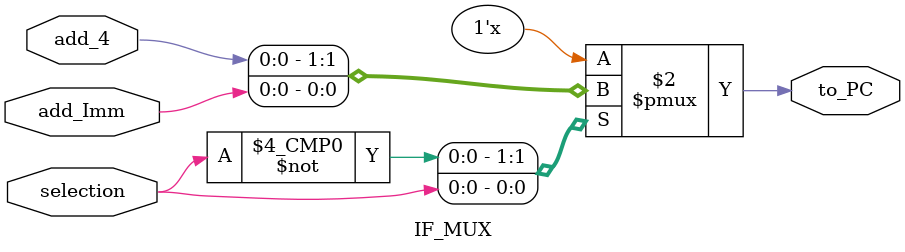
<source format=v>
`timescale 1ns / 1ps


module IF_MUX(
    input wire add_4,
    input wire add_Imm,
    input wire selection,
    output reg to_PC
    );

always@* begin
    case(selection) 
        1'b0: to_PC = add_4;
        1'b1: to_PC = add_Imm;
    endcase
end

endmodule

</source>
